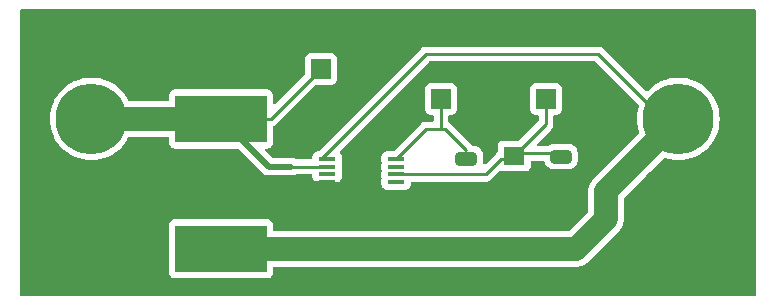
<source format=gtl>
%TF.GenerationSoftware,KiCad,Pcbnew,7.0.2*%
%TF.CreationDate,2023-08-25T18:00:16-07:00*%
%TF.ProjectId,Current Sense Standalone,43757272-656e-4742-9053-656e73652053,rev?*%
%TF.SameCoordinates,Original*%
%TF.FileFunction,Copper,L1,Top*%
%TF.FilePolarity,Positive*%
%FSLAX46Y46*%
G04 Gerber Fmt 4.6, Leading zero omitted, Abs format (unit mm)*
G04 Created by KiCad (PCBNEW 7.0.2) date 2023-08-25 18:00:16*
%MOMM*%
%LPD*%
G01*
G04 APERTURE LIST*
G04 Aperture macros list*
%AMRoundRect*
0 Rectangle with rounded corners*
0 $1 Rounding radius*
0 $2 $3 $4 $5 $6 $7 $8 $9 X,Y pos of 4 corners*
0 Add a 4 corners polygon primitive as box body*
4,1,4,$2,$3,$4,$5,$6,$7,$8,$9,$2,$3,0*
0 Add four circle primitives for the rounded corners*
1,1,$1+$1,$2,$3*
1,1,$1+$1,$4,$5*
1,1,$1+$1,$6,$7*
1,1,$1+$1,$8,$9*
0 Add four rect primitives between the rounded corners*
20,1,$1+$1,$2,$3,$4,$5,0*
20,1,$1+$1,$4,$5,$6,$7,0*
20,1,$1+$1,$6,$7,$8,$9,0*
20,1,$1+$1,$8,$9,$2,$3,0*%
G04 Aperture macros list end*
%TA.AperFunction,ComponentPad*%
%ADD10RoundRect,1.500000X1.500000X-1.500000X1.500000X1.500000X-1.500000X1.500000X-1.500000X-1.500000X0*%
%TD*%
%TA.AperFunction,ComponentPad*%
%ADD11C,6.000000*%
%TD*%
%TA.AperFunction,SMDPad,CuDef*%
%ADD12RoundRect,0.250000X-0.650000X0.325000X-0.650000X-0.325000X0.650000X-0.325000X0.650000X0.325000X0*%
%TD*%
%TA.AperFunction,SMDPad,CuDef*%
%ADD13R,1.800000X1.600000*%
%TD*%
%TA.AperFunction,SMDPad,CuDef*%
%ADD14R,7.800000X4.000000*%
%TD*%
%TA.AperFunction,ComponentPad*%
%ADD15R,1.700000X1.700000*%
%TD*%
%TA.AperFunction,ComponentPad*%
%ADD16O,1.700000X1.700000*%
%TD*%
%TA.AperFunction,SMDPad,CuDef*%
%ADD17R,1.473200X0.355600*%
%TD*%
%TA.AperFunction,Conductor*%
%ADD18C,2.000000*%
%TD*%
%TA.AperFunction,Conductor*%
%ADD19C,0.250000*%
%TD*%
%TA.AperFunction,Conductor*%
%ADD20C,0.500000*%
%TD*%
G04 APERTURE END LIST*
D10*
X68344045Y-29210000D03*
D11*
X68344045Y-22010000D03*
D12*
X50411329Y-25400000D03*
X50411329Y-28350000D03*
D13*
X54453375Y-25140000D03*
X54453375Y-27940000D03*
D14*
X29629273Y-33018011D03*
X29629273Y-22018011D03*
D12*
X58420000Y-25195000D03*
X58420000Y-28145000D03*
D15*
X48260000Y-20320000D03*
D16*
X50800000Y-20320000D03*
D15*
X38100000Y-17780000D03*
D16*
X40640000Y-17780000D03*
D17*
X38608000Y-25400000D03*
X38608000Y-26049998D03*
X38608000Y-26700000D03*
X38608000Y-27349998D03*
X44450000Y-27349998D03*
X44450000Y-26700000D03*
X44450000Y-26049998D03*
X44450000Y-25400000D03*
D10*
X18650936Y-29210000D03*
D11*
X18650936Y-22010000D03*
D15*
X57150000Y-20320000D03*
D16*
X59690000Y-20320000D03*
D18*
X62230000Y-28124045D02*
X68344045Y-22010000D01*
X59690000Y-33020000D02*
X62230000Y-30480000D01*
X29631262Y-33020000D02*
X59690000Y-33020000D01*
X62230000Y-30480000D02*
X62230000Y-28124045D01*
X29629273Y-33018011D02*
X29631262Y-33020000D01*
D19*
X53340000Y-25400000D02*
X53982999Y-25400000D01*
X52040000Y-26700000D02*
X53340000Y-25400000D01*
X53982999Y-25400000D02*
X54453375Y-24929624D01*
X44450000Y-26700000D02*
X52040000Y-26700000D01*
X57150000Y-22443375D02*
X54663751Y-24929624D01*
X54663751Y-24929624D02*
X54453375Y-24929624D01*
X57150000Y-20320000D02*
X57150000Y-22443375D01*
X54043375Y-28350000D02*
X50411329Y-28350000D01*
X58363078Y-27724784D02*
X58358238Y-27729624D01*
X58358238Y-27729624D02*
X54663751Y-27729624D01*
X54663751Y-27729624D02*
X54043375Y-28350000D01*
X46990000Y-16510000D02*
X38100000Y-25400000D01*
X61574045Y-16510000D02*
X46990000Y-16510000D01*
X67074045Y-22010000D02*
X61574045Y-16510000D01*
X68344045Y-22010000D02*
X67074045Y-22010000D01*
D20*
X33661260Y-26049998D02*
X35560000Y-26049998D01*
X29629273Y-22018011D02*
X33661260Y-26049998D01*
D19*
X35560000Y-26049998D02*
X38608000Y-26049998D01*
X66215867Y-22010000D02*
X68344045Y-22010000D01*
X29621262Y-22010000D02*
X29629273Y-22018011D01*
D18*
X18650936Y-22010000D02*
X29621262Y-22010000D01*
D19*
X58208238Y-24929624D02*
X58363078Y-24774784D01*
X54453375Y-24929624D02*
X58208238Y-24929624D01*
X18650936Y-29210000D02*
X20510938Y-27349998D01*
X20510938Y-27349998D02*
X38608000Y-27349998D01*
X44450000Y-25400000D02*
X46990000Y-22860000D01*
X48260000Y-22860000D02*
X48260000Y-20320000D01*
X46990000Y-22860000D02*
X48260000Y-22860000D01*
X48587463Y-22860000D02*
X50411329Y-24683866D01*
X48260000Y-22860000D02*
X48587463Y-22860000D01*
X38100000Y-17780000D02*
X33861989Y-22018011D01*
X28279273Y-23368011D02*
X29629273Y-22018011D01*
X18650936Y-22010000D02*
X20008947Y-23368011D01*
X33861989Y-22018011D02*
X29629273Y-22018011D01*
X18650936Y-20130973D02*
X18650936Y-22010000D01*
%TA.AperFunction,Conductor*%
G36*
X74872539Y-12720185D02*
G01*
X74918294Y-12772989D01*
X74929500Y-12824500D01*
X74929500Y-36901978D01*
X74909815Y-36969017D01*
X74857011Y-37014772D01*
X74805500Y-37025978D01*
X12730653Y-37025978D01*
X12663614Y-37006293D01*
X12617859Y-36953489D01*
X12606653Y-36901978D01*
X12606653Y-27572376D01*
X43212900Y-27572376D01*
X43212901Y-27575670D01*
X43213253Y-27578950D01*
X43213254Y-27578957D01*
X43219309Y-27635282D01*
X43244456Y-27702704D01*
X43269604Y-27770129D01*
X43355854Y-27885344D01*
X43471069Y-27971594D01*
X43605917Y-28021889D01*
X43665527Y-28028298D01*
X45234472Y-28028297D01*
X45294083Y-28021889D01*
X45428931Y-27971594D01*
X45544146Y-27885344D01*
X45630396Y-27770129D01*
X45680691Y-27635281D01*
X45687100Y-27575671D01*
X45687099Y-27449499D01*
X45706783Y-27382461D01*
X45759587Y-27336706D01*
X45811099Y-27325500D01*
X51957256Y-27325500D01*
X51977762Y-27327764D01*
X51980665Y-27327672D01*
X51980667Y-27327673D01*
X52047872Y-27325561D01*
X52051768Y-27325500D01*
X52075448Y-27325500D01*
X52079350Y-27325500D01*
X52083313Y-27324999D01*
X52094962Y-27324080D01*
X52138627Y-27322709D01*
X52157859Y-27317120D01*
X52176918Y-27313174D01*
X52183196Y-27312381D01*
X52196792Y-27310664D01*
X52237407Y-27294582D01*
X52248444Y-27290803D01*
X52290390Y-27278618D01*
X52307629Y-27268422D01*
X52325102Y-27259862D01*
X52343732Y-27252486D01*
X52379064Y-27226814D01*
X52388830Y-27220400D01*
X52426418Y-27198171D01*
X52426417Y-27198171D01*
X52426420Y-27198170D01*
X52440585Y-27184004D01*
X52455373Y-27171373D01*
X52471587Y-27159594D01*
X52499438Y-27125926D01*
X52507279Y-27117309D01*
X53203529Y-26421059D01*
X53264850Y-26387576D01*
X53334541Y-26392560D01*
X53445889Y-26434090D01*
X53445892Y-26434091D01*
X53505502Y-26440500D01*
X55401247Y-26440499D01*
X55460858Y-26434091D01*
X55595706Y-26383796D01*
X55710921Y-26297546D01*
X55797171Y-26182331D01*
X55847466Y-26047483D01*
X55853875Y-25987873D01*
X55853875Y-25679123D01*
X55873560Y-25612085D01*
X55926364Y-25566330D01*
X55977875Y-25555124D01*
X56906002Y-25555124D01*
X56973041Y-25574809D01*
X57018796Y-25627613D01*
X57029360Y-25666523D01*
X57030000Y-25672796D01*
X57085186Y-25839334D01*
X57177288Y-25988657D01*
X57301342Y-26112711D01*
X57301344Y-26112712D01*
X57450666Y-26204814D01*
X57562017Y-26241712D01*
X57617202Y-26259999D01*
X57716858Y-26270180D01*
X57716859Y-26270180D01*
X57719991Y-26270500D01*
X59120008Y-26270499D01*
X59222797Y-26259999D01*
X59389334Y-26204814D01*
X59538656Y-26112712D01*
X59662712Y-25988656D01*
X59754814Y-25839334D01*
X59809999Y-25672797D01*
X59820500Y-25570009D01*
X59820499Y-24819992D01*
X59809999Y-24717203D01*
X59754814Y-24550666D01*
X59662712Y-24401344D01*
X59662711Y-24401342D01*
X59538657Y-24277288D01*
X59389334Y-24185186D01*
X59222797Y-24130000D01*
X59123141Y-24119819D01*
X59123122Y-24119818D01*
X59120009Y-24119500D01*
X59116860Y-24119500D01*
X57723140Y-24119500D01*
X57723120Y-24119500D01*
X57719992Y-24119501D01*
X57716860Y-24119820D01*
X57716858Y-24119821D01*
X57617203Y-24130000D01*
X57450665Y-24185186D01*
X57289007Y-24284897D01*
X57286617Y-24281023D01*
X57249503Y-24301290D01*
X57223145Y-24304124D01*
X56473203Y-24304124D01*
X56406164Y-24284439D01*
X56360409Y-24231635D01*
X56350465Y-24162477D01*
X56379490Y-24098921D01*
X56385522Y-24092443D01*
X56956146Y-23521819D01*
X57533789Y-22944175D01*
X57549885Y-22931281D01*
X57551873Y-22929162D01*
X57551877Y-22929161D01*
X57597949Y-22880098D01*
X57600534Y-22877430D01*
X57620120Y-22857846D01*
X57622585Y-22854667D01*
X57630167Y-22845791D01*
X57660062Y-22813957D01*
X57669712Y-22796402D01*
X57680400Y-22780132D01*
X57692671Y-22764313D01*
X57692673Y-22764311D01*
X57710026Y-22724207D01*
X57715157Y-22713737D01*
X57715161Y-22713730D01*
X57736197Y-22675467D01*
X57741175Y-22656074D01*
X57747481Y-22637657D01*
X57749018Y-22634103D01*
X57755438Y-22619271D01*
X57762272Y-22576120D01*
X57764635Y-22564706D01*
X57775500Y-22522394D01*
X57775500Y-22502358D01*
X57777027Y-22482959D01*
X57777875Y-22477604D01*
X57780160Y-22463179D01*
X57776050Y-22419699D01*
X57775500Y-22408030D01*
X57775500Y-21794499D01*
X57795185Y-21727460D01*
X57847989Y-21681705D01*
X57899500Y-21670499D01*
X58044561Y-21670499D01*
X58047872Y-21670499D01*
X58107483Y-21664091D01*
X58242331Y-21613796D01*
X58357546Y-21527546D01*
X58443796Y-21412331D01*
X58494091Y-21277483D01*
X58500500Y-21217873D01*
X58500499Y-19422128D01*
X58494091Y-19362517D01*
X58443796Y-19227669D01*
X58357546Y-19112454D01*
X58242331Y-19026204D01*
X58107483Y-18975909D01*
X58047873Y-18969500D01*
X58044550Y-18969500D01*
X56255439Y-18969500D01*
X56255420Y-18969500D01*
X56252128Y-18969501D01*
X56248848Y-18969853D01*
X56248840Y-18969854D01*
X56192515Y-18975909D01*
X56057669Y-19026204D01*
X55942454Y-19112454D01*
X55856204Y-19227668D01*
X55805910Y-19362515D01*
X55805909Y-19362517D01*
X55799500Y-19422127D01*
X55799500Y-19425448D01*
X55799500Y-19425449D01*
X55799500Y-21214560D01*
X55799500Y-21214578D01*
X55799501Y-21217872D01*
X55799853Y-21221152D01*
X55799854Y-21221159D01*
X55805909Y-21277484D01*
X55808497Y-21284423D01*
X55856204Y-21412331D01*
X55942454Y-21527546D01*
X56057669Y-21613796D01*
X56192517Y-21664091D01*
X56252127Y-21670500D01*
X56400500Y-21670499D01*
X56467539Y-21690183D01*
X56513294Y-21742987D01*
X56524500Y-21794499D01*
X56524500Y-22132921D01*
X56504815Y-22199960D01*
X56488181Y-22220602D01*
X54905601Y-23803181D01*
X54844278Y-23836666D01*
X54817920Y-23839500D01*
X53508814Y-23839500D01*
X53508795Y-23839500D01*
X53505503Y-23839501D01*
X53502223Y-23839853D01*
X53502215Y-23839854D01*
X53445890Y-23845909D01*
X53311044Y-23896204D01*
X53195829Y-23982454D01*
X53109579Y-24097668D01*
X53059284Y-24232516D01*
X53053702Y-24284439D01*
X53052875Y-24292127D01*
X53052875Y-24295448D01*
X53052875Y-24295449D01*
X53052875Y-24772266D01*
X53033190Y-24839305D01*
X53001671Y-24872649D01*
X53000845Y-24873248D01*
X52991174Y-24879595D01*
X52953580Y-24901829D01*
X52939413Y-24915996D01*
X52924624Y-24928626D01*
X52908413Y-24940404D01*
X52880572Y-24974058D01*
X52872711Y-24982697D01*
X52023509Y-25831899D01*
X51962186Y-25865384D01*
X51892494Y-25860400D01*
X51836561Y-25818528D01*
X51812144Y-25753064D01*
X51811828Y-25744244D01*
X51811828Y-25024992D01*
X51801328Y-24922203D01*
X51746143Y-24755666D01*
X51654041Y-24606344D01*
X51654040Y-24606342D01*
X51529986Y-24482288D01*
X51380663Y-24390186D01*
X51214126Y-24335000D01*
X51114470Y-24324819D01*
X51114451Y-24324818D01*
X51111338Y-24324500D01*
X51108189Y-24324500D01*
X50987916Y-24324500D01*
X50920877Y-24304815D01*
X50900235Y-24288181D01*
X49088265Y-22476211D01*
X49075369Y-22460113D01*
X49024238Y-22412098D01*
X49021441Y-22409387D01*
X49004690Y-22392636D01*
X49001934Y-22389880D01*
X48998753Y-22387412D01*
X48989885Y-22379837D01*
X48958045Y-22349938D01*
X48958043Y-22349936D01*
X48949762Y-22345384D01*
X48900498Y-22295838D01*
X48885499Y-22236722D01*
X48885500Y-21794499D01*
X48905185Y-21727459D01*
X48957989Y-21681705D01*
X49009500Y-21670499D01*
X49154561Y-21670499D01*
X49157872Y-21670499D01*
X49217483Y-21664091D01*
X49352331Y-21613796D01*
X49467546Y-21527546D01*
X49553796Y-21412331D01*
X49604091Y-21277483D01*
X49610500Y-21217873D01*
X49610499Y-19422128D01*
X49604091Y-19362517D01*
X49553796Y-19227669D01*
X49467546Y-19112454D01*
X49352331Y-19026204D01*
X49217483Y-18975909D01*
X49157873Y-18969500D01*
X49154550Y-18969500D01*
X47365439Y-18969500D01*
X47365420Y-18969500D01*
X47362128Y-18969501D01*
X47358848Y-18969853D01*
X47358840Y-18969854D01*
X47302515Y-18975909D01*
X47167669Y-19026204D01*
X47052454Y-19112454D01*
X46966204Y-19227668D01*
X46915910Y-19362515D01*
X46915909Y-19362517D01*
X46909500Y-19422127D01*
X46909500Y-19425448D01*
X46909500Y-19425449D01*
X46909500Y-21214560D01*
X46909500Y-21214578D01*
X46909501Y-21217872D01*
X46909853Y-21221152D01*
X46909854Y-21221159D01*
X46915909Y-21277484D01*
X46918497Y-21284423D01*
X46966204Y-21412331D01*
X47052454Y-21527546D01*
X47167669Y-21613796D01*
X47302517Y-21664091D01*
X47362127Y-21670500D01*
X47510500Y-21670499D01*
X47577539Y-21690183D01*
X47623294Y-21742987D01*
X47634500Y-21794499D01*
X47634500Y-22110500D01*
X47614815Y-22177539D01*
X47562011Y-22223294D01*
X47510500Y-22234500D01*
X47072740Y-22234500D01*
X47052236Y-22232236D01*
X46982144Y-22234439D01*
X46978250Y-22234500D01*
X46950650Y-22234500D01*
X46946789Y-22234987D01*
X46946778Y-22234988D01*
X46946645Y-22235005D01*
X46935029Y-22235918D01*
X46891368Y-22237290D01*
X46872129Y-22242880D01*
X46853080Y-22246825D01*
X46833208Y-22249335D01*
X46792593Y-22265415D01*
X46781549Y-22269196D01*
X46739611Y-22281382D01*
X46722364Y-22291581D01*
X46704900Y-22300136D01*
X46686267Y-22307514D01*
X46650926Y-22333189D01*
X46641168Y-22339599D01*
X46603579Y-22361829D01*
X46589410Y-22375998D01*
X46574622Y-22388628D01*
X46558413Y-22400405D01*
X46530572Y-22434058D01*
X46522711Y-22442696D01*
X44280026Y-24685381D01*
X44218703Y-24718866D01*
X44192345Y-24721700D01*
X43668839Y-24721700D01*
X43668820Y-24721700D01*
X43665528Y-24721701D01*
X43662248Y-24722053D01*
X43662240Y-24722054D01*
X43605915Y-24728109D01*
X43471069Y-24778404D01*
X43355854Y-24864654D01*
X43269604Y-24979868D01*
X43219309Y-25114716D01*
X43218872Y-25118786D01*
X43212900Y-25174327D01*
X43212900Y-25177648D01*
X43212900Y-25177649D01*
X43212900Y-25622360D01*
X43212900Y-25622378D01*
X43212901Y-25625672D01*
X43213253Y-25628952D01*
X43213254Y-25628959D01*
X43220974Y-25700768D01*
X43219338Y-25700943D01*
X43222941Y-25751364D01*
X43219475Y-25763168D01*
X43219309Y-25764715D01*
X43212900Y-25824325D01*
X43212900Y-25827646D01*
X43212900Y-25827647D01*
X43212900Y-26272358D01*
X43212900Y-26272376D01*
X43212901Y-26275670D01*
X43213253Y-26278950D01*
X43213254Y-26278957D01*
X43220974Y-26350766D01*
X43219339Y-26350941D01*
X43222943Y-26401362D01*
X43219475Y-26413171D01*
X43219308Y-26414717D01*
X43219309Y-26414717D01*
X43212900Y-26474327D01*
X43212900Y-26477648D01*
X43212900Y-26477649D01*
X43212900Y-26922360D01*
X43212900Y-26922378D01*
X43212901Y-26925672D01*
X43213253Y-26928952D01*
X43213254Y-26928959D01*
X43220974Y-27000768D01*
X43219338Y-27000943D01*
X43222941Y-27051364D01*
X43219475Y-27063168D01*
X43213351Y-27120130D01*
X43212900Y-27124325D01*
X43212900Y-27127646D01*
X43212900Y-27127647D01*
X43212900Y-27572358D01*
X43212900Y-27572376D01*
X12606653Y-27572376D01*
X12606653Y-22010000D01*
X15145632Y-22010000D01*
X15145802Y-22013243D01*
X15161223Y-22307514D01*
X15164834Y-22376404D01*
X15165339Y-22379597D01*
X15165341Y-22379609D01*
X15221721Y-22735576D01*
X15222231Y-22738794D01*
X15223069Y-22741923D01*
X15223072Y-22741935D01*
X15316351Y-23090056D01*
X15316355Y-23090070D01*
X15317194Y-23093199D01*
X15318357Y-23096228D01*
X15318361Y-23096241D01*
X15374699Y-23243006D01*
X15448681Y-23435736D01*
X15450149Y-23438617D01*
X15523710Y-23582989D01*
X15615254Y-23762652D01*
X15815085Y-24070366D01*
X15945678Y-24231635D01*
X16029381Y-24335000D01*
X16045987Y-24355506D01*
X16305430Y-24614949D01*
X16590570Y-24845851D01*
X16898284Y-25045682D01*
X17225200Y-25212255D01*
X17567737Y-25343742D01*
X17922142Y-25438705D01*
X18284532Y-25496102D01*
X18650936Y-25515304D01*
X19017340Y-25496102D01*
X19379730Y-25438705D01*
X19734135Y-25343742D01*
X20076672Y-25212255D01*
X20403588Y-25045682D01*
X20711302Y-24845851D01*
X20996442Y-24614949D01*
X21255885Y-24355506D01*
X21486787Y-24070366D01*
X21686618Y-23762652D01*
X21780599Y-23578204D01*
X21828574Y-23527409D01*
X21891084Y-23510500D01*
X25104774Y-23510500D01*
X25171813Y-23530185D01*
X25217568Y-23582989D01*
X25228774Y-23634500D01*
X25228774Y-24065883D01*
X25229126Y-24069163D01*
X25229127Y-24069170D01*
X25235182Y-24125495D01*
X25236863Y-24130001D01*
X25285477Y-24260342D01*
X25371727Y-24375557D01*
X25486942Y-24461807D01*
X25621790Y-24512102D01*
X25681400Y-24518511D01*
X31017042Y-24518510D01*
X31084081Y-24538195D01*
X31104723Y-24554829D01*
X33085527Y-26535632D01*
X33097308Y-26549264D01*
X33111649Y-26568527D01*
X33149599Y-26600371D01*
X33157574Y-26607679D01*
X33161484Y-26611589D01*
X33164316Y-26613828D01*
X33185801Y-26630816D01*
X33188564Y-26633067D01*
X33246046Y-26681300D01*
X33246048Y-26681301D01*
X33247010Y-26682108D01*
X33263444Y-26692578D01*
X33332580Y-26724817D01*
X33335827Y-26726389D01*
X33403959Y-26760607D01*
X33422347Y-26766998D01*
X33423583Y-26767253D01*
X33423587Y-26767255D01*
X33497116Y-26782436D01*
X33500550Y-26783198D01*
X33546676Y-26794131D01*
X33574766Y-26800789D01*
X33594139Y-26802768D01*
X33595401Y-26802731D01*
X33595405Y-26802732D01*
X33667794Y-26800625D01*
X33670392Y-26800550D01*
X33673998Y-26800498D01*
X35600111Y-26800498D01*
X35603709Y-26800498D01*
X35607292Y-26800079D01*
X35607295Y-26800079D01*
X35657557Y-26794203D01*
X35734255Y-26785239D01*
X35899117Y-26725235D01*
X35943721Y-26695897D01*
X36010548Y-26675505D01*
X36011861Y-26675498D01*
X37246900Y-26675498D01*
X37313939Y-26695183D01*
X37359694Y-26747987D01*
X37370900Y-26799497D01*
X37370900Y-26922360D01*
X37370900Y-26922378D01*
X37370901Y-26925672D01*
X37371253Y-26928952D01*
X37371254Y-26928959D01*
X37377309Y-26985284D01*
X37383150Y-27000943D01*
X37427604Y-27120131D01*
X37513854Y-27235346D01*
X37629069Y-27321596D01*
X37763917Y-27371891D01*
X37823527Y-27378300D01*
X39392472Y-27378299D01*
X39452083Y-27371891D01*
X39586931Y-27321596D01*
X39702146Y-27235346D01*
X39788396Y-27120131D01*
X39838691Y-26985283D01*
X39845100Y-26925673D01*
X39845099Y-26474328D01*
X39838691Y-26414717D01*
X39838690Y-26414715D01*
X39837026Y-26399232D01*
X39838660Y-26399056D01*
X39835052Y-26348646D01*
X39838525Y-26336817D01*
X39838689Y-26335284D01*
X39838691Y-26335281D01*
X39845100Y-26275671D01*
X39845099Y-25824326D01*
X39838691Y-25764715D01*
X39838690Y-25764714D01*
X39837026Y-25749227D01*
X39838661Y-25749051D01*
X39835055Y-25698641D01*
X39838525Y-25686823D01*
X39840033Y-25672797D01*
X39845100Y-25625673D01*
X39845099Y-25174328D01*
X39838691Y-25114717D01*
X39788396Y-24979869D01*
X39702146Y-24864654D01*
X39702145Y-24864653D01*
X39691462Y-24850382D01*
X39694379Y-24848197D01*
X39670625Y-24816457D01*
X39665649Y-24746765D01*
X39699129Y-24685459D01*
X47212770Y-17171819D01*
X47274094Y-17138334D01*
X47300452Y-17135500D01*
X61263593Y-17135500D01*
X61330632Y-17155185D01*
X61351274Y-17171819D01*
X64980237Y-20800782D01*
X65013722Y-20862105D01*
X65010517Y-20926243D01*
X65010303Y-20926801D01*
X65009472Y-20929898D01*
X65009468Y-20929914D01*
X64916181Y-21278064D01*
X64916177Y-21278080D01*
X64915340Y-21281206D01*
X64914831Y-21284414D01*
X64914830Y-21284423D01*
X64858450Y-21640390D01*
X64858448Y-21640404D01*
X64857943Y-21643596D01*
X64857773Y-21646826D01*
X64857773Y-21646833D01*
X64838911Y-22006756D01*
X64838741Y-22010000D01*
X64838911Y-22013243D01*
X64854332Y-22307514D01*
X64857943Y-22376404D01*
X64858448Y-22379597D01*
X64858450Y-22379609D01*
X64914830Y-22735576D01*
X64915340Y-22738794D01*
X64916178Y-22741923D01*
X64916181Y-22741935D01*
X65009460Y-23090056D01*
X65009464Y-23090070D01*
X65010303Y-23093199D01*
X65011466Y-23096229D01*
X65011470Y-23096241D01*
X65017093Y-23110888D01*
X65022740Y-23180529D01*
X64989840Y-23242168D01*
X64989010Y-23243006D01*
X61240306Y-26991709D01*
X61228793Y-27001877D01*
X61210254Y-27016307D01*
X61148775Y-27083090D01*
X61145233Y-27086783D01*
X61125098Y-27106919D01*
X61110356Y-27124325D01*
X61106689Y-27128654D01*
X61103299Y-27132492D01*
X61041835Y-27199260D01*
X61028995Y-27218913D01*
X61019813Y-27231228D01*
X61004636Y-27249147D01*
X60958174Y-27327119D01*
X60955462Y-27331462D01*
X60905826Y-27407437D01*
X60896396Y-27428936D01*
X60889368Y-27442590D01*
X60877343Y-27462771D01*
X60844346Y-27547333D01*
X60842386Y-27552065D01*
X60805936Y-27635165D01*
X60800169Y-27657935D01*
X60795484Y-27672560D01*
X60786951Y-27694430D01*
X60768324Y-27783256D01*
X60767170Y-27788245D01*
X60744891Y-27876225D01*
X60742952Y-27899623D01*
X60740738Y-27914822D01*
X60735919Y-27937807D01*
X60732168Y-28028485D01*
X60731851Y-28033596D01*
X60729710Y-28059434D01*
X60729709Y-28059452D01*
X60729500Y-28061978D01*
X60729499Y-28064509D01*
X60729499Y-28064532D01*
X60729499Y-28090451D01*
X60729393Y-28095570D01*
X60725642Y-28186267D01*
X60728547Y-28209574D01*
X60729499Y-28224909D01*
X60729500Y-29807109D01*
X60709815Y-29874148D01*
X60693181Y-29894790D01*
X59104791Y-31483181D01*
X59043468Y-31516666D01*
X59017110Y-31519500D01*
X34153772Y-31519500D01*
X34086733Y-31499815D01*
X34040978Y-31447011D01*
X34029772Y-31395500D01*
X34029772Y-30973450D01*
X34029772Y-30973449D01*
X34029772Y-30970139D01*
X34023364Y-30910528D01*
X33973069Y-30775680D01*
X33886819Y-30660465D01*
X33771604Y-30574215D01*
X33636756Y-30523920D01*
X33577146Y-30517511D01*
X33573823Y-30517511D01*
X25684712Y-30517511D01*
X25684693Y-30517511D01*
X25681401Y-30517512D01*
X25678121Y-30517864D01*
X25678113Y-30517865D01*
X25621788Y-30523920D01*
X25486942Y-30574215D01*
X25371727Y-30660465D01*
X25285477Y-30775679D01*
X25235182Y-30910527D01*
X25231355Y-30946127D01*
X25228773Y-30970138D01*
X25228773Y-30973459D01*
X25228773Y-30973460D01*
X25228773Y-35062571D01*
X25228773Y-35062589D01*
X25228774Y-35065883D01*
X25235182Y-35125494D01*
X25285477Y-35260342D01*
X25371727Y-35375557D01*
X25486942Y-35461807D01*
X25621790Y-35512102D01*
X25681400Y-35518511D01*
X33577145Y-35518510D01*
X33636756Y-35512102D01*
X33771604Y-35461807D01*
X33886819Y-35375557D01*
X33973069Y-35260342D01*
X34023364Y-35125494D01*
X34029773Y-35065884D01*
X34029773Y-34644499D01*
X34049458Y-34577461D01*
X34102262Y-34531706D01*
X34153773Y-34520500D01*
X59589135Y-34520500D01*
X59604473Y-34521452D01*
X59627779Y-34524357D01*
X59627779Y-34524356D01*
X59627780Y-34524357D01*
X59698017Y-34521452D01*
X59718473Y-34520605D01*
X59723596Y-34520500D01*
X59749498Y-34520500D01*
X59752067Y-34520500D01*
X59780447Y-34518147D01*
X59785540Y-34517831D01*
X59876237Y-34514081D01*
X59899209Y-34509263D01*
X59914413Y-34507047D01*
X59937821Y-34505108D01*
X60025838Y-34482818D01*
X60030754Y-34481680D01*
X60119614Y-34463049D01*
X60141496Y-34454510D01*
X60156116Y-34449827D01*
X60178881Y-34444063D01*
X60262008Y-34407599D01*
X60266699Y-34405656D01*
X60351274Y-34372656D01*
X60371456Y-34360628D01*
X60385101Y-34353605D01*
X60406607Y-34344173D01*
X60482593Y-34294528D01*
X60486916Y-34291830D01*
X60564894Y-34245366D01*
X60582813Y-34230188D01*
X60595126Y-34221006D01*
X60614785Y-34208164D01*
X60637352Y-34187388D01*
X60681551Y-34146701D01*
X60685383Y-34143315D01*
X60707126Y-34124902D01*
X60727313Y-34104714D01*
X60730939Y-34101235D01*
X60797738Y-34039744D01*
X60812167Y-34021203D01*
X60822325Y-34009701D01*
X63219697Y-31612328D01*
X63231199Y-31602171D01*
X63249744Y-31587738D01*
X63311246Y-31520927D01*
X63314725Y-31517301D01*
X63334901Y-31497126D01*
X63353323Y-31475372D01*
X63356668Y-31471585D01*
X63418164Y-31404785D01*
X63431006Y-31385126D01*
X63440188Y-31372813D01*
X63455366Y-31354894D01*
X63501838Y-31276901D01*
X63504539Y-31272576D01*
X63554173Y-31196607D01*
X63563604Y-31175104D01*
X63570637Y-31161443D01*
X63572402Y-31158479D01*
X63582655Y-31141274D01*
X63615656Y-31056695D01*
X63617593Y-31052021D01*
X63654063Y-30968881D01*
X63659827Y-30946116D01*
X63664510Y-30931496D01*
X63673049Y-30909614D01*
X63691669Y-30820809D01*
X63692822Y-30815825D01*
X63702988Y-30775680D01*
X63715108Y-30727821D01*
X63717046Y-30704413D01*
X63719263Y-30689205D01*
X63724080Y-30666237D01*
X63727830Y-30575544D01*
X63728148Y-30570441D01*
X63730500Y-30542067D01*
X63730500Y-30513588D01*
X63730606Y-30508463D01*
X63734357Y-30417780D01*
X63731452Y-30394473D01*
X63730500Y-30379135D01*
X63730500Y-28796933D01*
X63750185Y-28729894D01*
X63766814Y-28709257D01*
X67111038Y-25365032D01*
X67172359Y-25331549D01*
X67242051Y-25336533D01*
X67243154Y-25336950D01*
X67260846Y-25343742D01*
X67615251Y-25438705D01*
X67977641Y-25496102D01*
X68344045Y-25515304D01*
X68710449Y-25496102D01*
X69072839Y-25438705D01*
X69427244Y-25343742D01*
X69769781Y-25212255D01*
X70096697Y-25045682D01*
X70404411Y-24845851D01*
X70689551Y-24614949D01*
X70948994Y-24355506D01*
X71179896Y-24070366D01*
X71379727Y-23762652D01*
X71546300Y-23435736D01*
X71677787Y-23093199D01*
X71772750Y-22738794D01*
X71830147Y-22376404D01*
X71849349Y-22010000D01*
X71830147Y-21643596D01*
X71772750Y-21281206D01*
X71677787Y-20926801D01*
X71546300Y-20584264D01*
X71379727Y-20257348D01*
X71179896Y-19949634D01*
X70948994Y-19664494D01*
X70689551Y-19405051D01*
X70637023Y-19362515D01*
X70591337Y-19325518D01*
X70404411Y-19174149D01*
X70096697Y-18974318D01*
X70093809Y-18972846D01*
X70093803Y-18972843D01*
X69772662Y-18809213D01*
X69769781Y-18807745D01*
X69766760Y-18806585D01*
X69766757Y-18806584D01*
X69430286Y-18677425D01*
X69430273Y-18677421D01*
X69427244Y-18676258D01*
X69424115Y-18675419D01*
X69424101Y-18675415D01*
X69075980Y-18582136D01*
X69075968Y-18582133D01*
X69072839Y-18581295D01*
X69069626Y-18580786D01*
X69069621Y-18580785D01*
X68713654Y-18524405D01*
X68713642Y-18524403D01*
X68710449Y-18523898D01*
X68707216Y-18523728D01*
X68707211Y-18523728D01*
X68347289Y-18504866D01*
X68344045Y-18504696D01*
X68340801Y-18504866D01*
X67980878Y-18523728D01*
X67980871Y-18523728D01*
X67977641Y-18523898D01*
X67974449Y-18524403D01*
X67974435Y-18524405D01*
X67618468Y-18580785D01*
X67618459Y-18580786D01*
X67615251Y-18581295D01*
X67612125Y-18582132D01*
X67612109Y-18582136D01*
X67263988Y-18675415D01*
X67263968Y-18675421D01*
X67260846Y-18676258D01*
X67257821Y-18677418D01*
X67257803Y-18677425D01*
X66921332Y-18806584D01*
X66921322Y-18806588D01*
X66918309Y-18807745D01*
X66915434Y-18809209D01*
X66915427Y-18809213D01*
X66594286Y-18972843D01*
X66594272Y-18972850D01*
X66591393Y-18974318D01*
X66588673Y-18976084D01*
X66588665Y-18976089D01*
X66286407Y-19172377D01*
X66286401Y-19172380D01*
X66283679Y-19174149D01*
X66281159Y-19176189D01*
X66281153Y-19176194D01*
X66001057Y-19403011D01*
X66001046Y-19403020D01*
X65998539Y-19405051D01*
X65996254Y-19407335D01*
X65996244Y-19407345D01*
X65763793Y-19639796D01*
X65702470Y-19673281D01*
X65632778Y-19668297D01*
X65588431Y-19639796D01*
X62074847Y-16126211D01*
X62061951Y-16110113D01*
X62010820Y-16062098D01*
X62008023Y-16059387D01*
X61991272Y-16042636D01*
X61988516Y-16039880D01*
X61985335Y-16037412D01*
X61976467Y-16029837D01*
X61944627Y-15999938D01*
X61927069Y-15990285D01*
X61910809Y-15979604D01*
X61894981Y-15967327D01*
X61854896Y-15949980D01*
X61844406Y-15944841D01*
X61806136Y-15923802D01*
X61786736Y-15918821D01*
X61768329Y-15912519D01*
X61749942Y-15904562D01*
X61706803Y-15897729D01*
X61695369Y-15895361D01*
X61653064Y-15884500D01*
X61633029Y-15884500D01*
X61613631Y-15882973D01*
X61606207Y-15881797D01*
X61593850Y-15879840D01*
X61593849Y-15879840D01*
X61568513Y-15882235D01*
X61550370Y-15883950D01*
X61538701Y-15884500D01*
X47072744Y-15884500D01*
X47052236Y-15882235D01*
X46982113Y-15884439D01*
X46978219Y-15884500D01*
X46950650Y-15884500D01*
X46946794Y-15884986D01*
X46946791Y-15884987D01*
X46946735Y-15884994D01*
X46946662Y-15885003D01*
X46935043Y-15885917D01*
X46891372Y-15887289D01*
X46872128Y-15892880D01*
X46853084Y-15896824D01*
X46833208Y-15899335D01*
X46792600Y-15915413D01*
X46781554Y-15919194D01*
X46739610Y-15931382D01*
X46739607Y-15931383D01*
X46722365Y-15941579D01*
X46704904Y-15950133D01*
X46686267Y-15957512D01*
X46650931Y-15983185D01*
X46641174Y-15989595D01*
X46603580Y-16011829D01*
X46589413Y-16025996D01*
X46574624Y-16038626D01*
X46558413Y-16050404D01*
X46530572Y-16084058D01*
X46522711Y-16092697D01*
X37930026Y-24685381D01*
X37868703Y-24718866D01*
X37842352Y-24721700D01*
X37826842Y-24721700D01*
X37826824Y-24721700D01*
X37823528Y-24721701D01*
X37820249Y-24722053D01*
X37820239Y-24722054D01*
X37763915Y-24728109D01*
X37629069Y-24778404D01*
X37513854Y-24864654D01*
X37427604Y-24979868D01*
X37377309Y-25114716D01*
X37376872Y-25118786D01*
X37370900Y-25174327D01*
X37370900Y-25279813D01*
X37370901Y-25300497D01*
X37351217Y-25367537D01*
X37298413Y-25413292D01*
X37246901Y-25424498D01*
X36016155Y-25424498D01*
X35960506Y-25411309D01*
X35818433Y-25339958D01*
X35818432Y-25339957D01*
X35818429Y-25339956D01*
X35647723Y-25299498D01*
X35647721Y-25299498D01*
X34023489Y-25299498D01*
X33956450Y-25279813D01*
X33935808Y-25263179D01*
X33402820Y-24730191D01*
X33369335Y-24668868D01*
X33374319Y-24599176D01*
X33416191Y-24543243D01*
X33481655Y-24518826D01*
X33490501Y-24518510D01*
X33573834Y-24518510D01*
X33577145Y-24518510D01*
X33636756Y-24512102D01*
X33771604Y-24461807D01*
X33886819Y-24375557D01*
X33973069Y-24260342D01*
X34023364Y-24125494D01*
X34029773Y-24065884D01*
X34029772Y-22713729D01*
X34049457Y-22646691D01*
X34102260Y-22600936D01*
X34109882Y-22598105D01*
X34112376Y-22596629D01*
X34112379Y-22596629D01*
X34129618Y-22586433D01*
X34147091Y-22577873D01*
X34151468Y-22576140D01*
X34165721Y-22570497D01*
X34201053Y-22544825D01*
X34210819Y-22538411D01*
X34248407Y-22516182D01*
X34248406Y-22516182D01*
X34248409Y-22516181D01*
X34262574Y-22502015D01*
X34277362Y-22489384D01*
X34293576Y-22477605D01*
X34321427Y-22443937D01*
X34329268Y-22435320D01*
X37597771Y-19166818D01*
X37659094Y-19133333D01*
X37685452Y-19130499D01*
X38994561Y-19130499D01*
X38997872Y-19130499D01*
X39057483Y-19124091D01*
X39192331Y-19073796D01*
X39307546Y-18987546D01*
X39393796Y-18872331D01*
X39444091Y-18737483D01*
X39450500Y-18677873D01*
X39450499Y-16882128D01*
X39444091Y-16822517D01*
X39393796Y-16687669D01*
X39307546Y-16572454D01*
X39192331Y-16486204D01*
X39057483Y-16435909D01*
X38997873Y-16429500D01*
X38994550Y-16429500D01*
X37205439Y-16429500D01*
X37205420Y-16429500D01*
X37202128Y-16429501D01*
X37198848Y-16429853D01*
X37198840Y-16429854D01*
X37142515Y-16435909D01*
X37007669Y-16486204D01*
X36892454Y-16572454D01*
X36806204Y-16687668D01*
X36755910Y-16822515D01*
X36755909Y-16822517D01*
X36749500Y-16882127D01*
X36749500Y-16885449D01*
X36749500Y-18194546D01*
X36729815Y-18261585D01*
X36713181Y-18282227D01*
X34241453Y-20753955D01*
X34180130Y-20787440D01*
X34110438Y-20782456D01*
X34054505Y-20740584D01*
X34030088Y-20675120D01*
X34029772Y-20666274D01*
X34029772Y-19973450D01*
X34029772Y-19970139D01*
X34023364Y-19910528D01*
X33973069Y-19775680D01*
X33886819Y-19660465D01*
X33771604Y-19574215D01*
X33636756Y-19523920D01*
X33577146Y-19517511D01*
X33573823Y-19517511D01*
X25684712Y-19517511D01*
X25684693Y-19517511D01*
X25681401Y-19517512D01*
X25678121Y-19517864D01*
X25678113Y-19517865D01*
X25621788Y-19523920D01*
X25486942Y-19574215D01*
X25371727Y-19660465D01*
X25285477Y-19775679D01*
X25235183Y-19910526D01*
X25235182Y-19910528D01*
X25228773Y-19970138D01*
X25228773Y-19973460D01*
X25228773Y-20385500D01*
X25209088Y-20452539D01*
X25156284Y-20498294D01*
X25104773Y-20509500D01*
X21891084Y-20509500D01*
X21824045Y-20489815D01*
X21780599Y-20441795D01*
X21688092Y-20260241D01*
X21686618Y-20257348D01*
X21486787Y-19949634D01*
X21255885Y-19664494D01*
X20996442Y-19405051D01*
X20943914Y-19362515D01*
X20898228Y-19325518D01*
X20711302Y-19174149D01*
X20403588Y-18974318D01*
X20400700Y-18972846D01*
X20400694Y-18972843D01*
X20079553Y-18809213D01*
X20076672Y-18807745D01*
X20073651Y-18806585D01*
X20073648Y-18806584D01*
X19737177Y-18677425D01*
X19737164Y-18677421D01*
X19734135Y-18676258D01*
X19731006Y-18675419D01*
X19730992Y-18675415D01*
X19382871Y-18582136D01*
X19382859Y-18582133D01*
X19379730Y-18581295D01*
X19376517Y-18580786D01*
X19376512Y-18580785D01*
X19020545Y-18524405D01*
X19020533Y-18524403D01*
X19017340Y-18523898D01*
X19014107Y-18523728D01*
X19014102Y-18523728D01*
X18654180Y-18504866D01*
X18650936Y-18504696D01*
X18647692Y-18504866D01*
X18287769Y-18523728D01*
X18287762Y-18523728D01*
X18284532Y-18523898D01*
X18281340Y-18524403D01*
X18281326Y-18524405D01*
X17925359Y-18580785D01*
X17925350Y-18580786D01*
X17922142Y-18581295D01*
X17919016Y-18582132D01*
X17919000Y-18582136D01*
X17570879Y-18675415D01*
X17570859Y-18675421D01*
X17567737Y-18676258D01*
X17564712Y-18677418D01*
X17564694Y-18677425D01*
X17228223Y-18806584D01*
X17228213Y-18806588D01*
X17225200Y-18807745D01*
X17222325Y-18809209D01*
X17222318Y-18809213D01*
X16901177Y-18972843D01*
X16901163Y-18972850D01*
X16898284Y-18974318D01*
X16895564Y-18976084D01*
X16895556Y-18976089D01*
X16593298Y-19172377D01*
X16593292Y-19172380D01*
X16590570Y-19174149D01*
X16588050Y-19176189D01*
X16588044Y-19176194D01*
X16307948Y-19403011D01*
X16307937Y-19403020D01*
X16305430Y-19405051D01*
X16303145Y-19407335D01*
X16303135Y-19407345D01*
X16048281Y-19662199D01*
X16048271Y-19662209D01*
X16045987Y-19664494D01*
X16043956Y-19667001D01*
X16043947Y-19667012D01*
X15817130Y-19947108D01*
X15817125Y-19947114D01*
X15815085Y-19949634D01*
X15813316Y-19952356D01*
X15813313Y-19952362D01*
X15617025Y-20254620D01*
X15617020Y-20254628D01*
X15615254Y-20257348D01*
X15613786Y-20260227D01*
X15613779Y-20260241D01*
X15496805Y-20489815D01*
X15448681Y-20584264D01*
X15447524Y-20587277D01*
X15447520Y-20587287D01*
X15318361Y-20923758D01*
X15318354Y-20923776D01*
X15317194Y-20926801D01*
X15316360Y-20929914D01*
X15316351Y-20929943D01*
X15223072Y-21278064D01*
X15223068Y-21278080D01*
X15222231Y-21281206D01*
X15221722Y-21284414D01*
X15221721Y-21284423D01*
X15165341Y-21640390D01*
X15165339Y-21640404D01*
X15164834Y-21643596D01*
X15164664Y-21646826D01*
X15164664Y-21646833D01*
X15145802Y-22006756D01*
X15145632Y-22010000D01*
X12606653Y-22010000D01*
X12606653Y-12824500D01*
X12626338Y-12757461D01*
X12679142Y-12711706D01*
X12730653Y-12700500D01*
X74805500Y-12700500D01*
X74872539Y-12720185D01*
G37*
%TD.AperFunction*%
M02*

</source>
